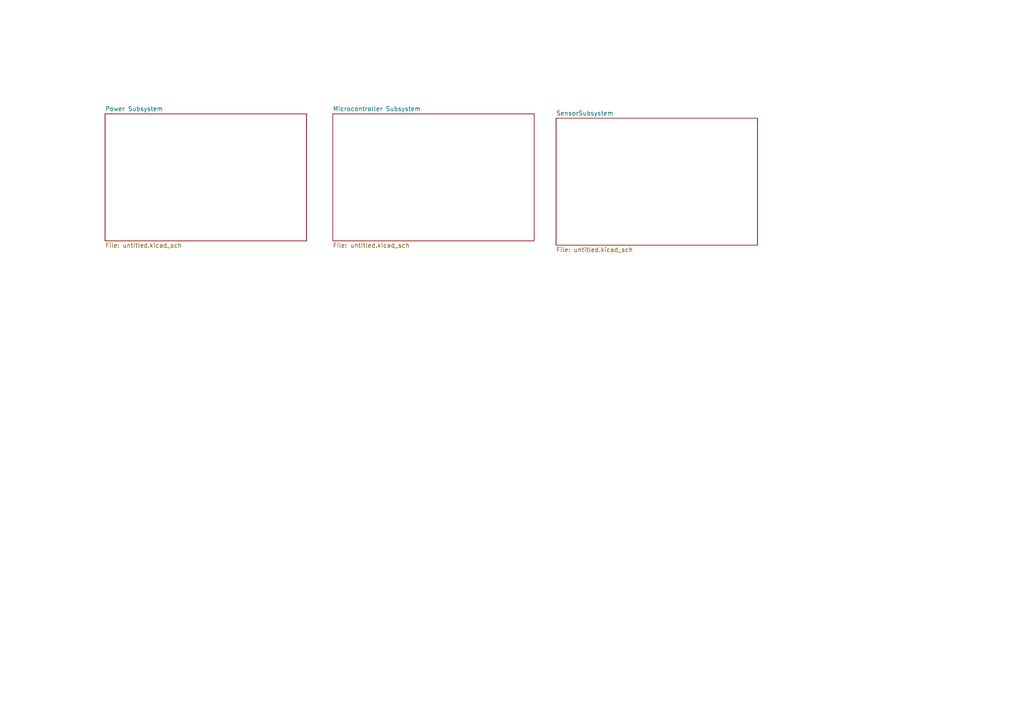
<source format=kicad_sch>
(kicad_sch (version 20230121) (generator eeschema)
  (paper "A4")
  (lib_symbols)
  (sheet (at 96.52 33.02) (size 58.42 36.83) (stroke (width 0.1524))
    (property "Sheetname" "Microcontroller Subsystem" (at 96.52 32.3084 0) (effects (justify left bottom)))
    (property "Sheetfile" "untitled.kicad_sch" (at 96.52 70.4346 0) (effects (justify left top)))
  )
  (sheet (at 161.29 34.29) (size 58.42 36.83) (stroke (width 0.1524))
    (property "Sheetname" "SensorSubsystem" (at 161.29 33.5784 0) (effects (justify left bottom)))
    (property "Sheetfile" "untitled.kicad_sch" (at 161.29 71.7046 0) (effects (justify left top)))
  )
  (sheet (at 30.48 33.02) (size 58.42 36.83) (stroke (width 0.1524))
    (property "Sheetname" "Power Subsystem " (at 30.48 32.3084 0) (effects (justify left bottom)))
    (property "Sheetfile" "untitled.kicad_sch" (at 30.48 70.4346 0) (effects (justify left top)))
  )
)
</source>
